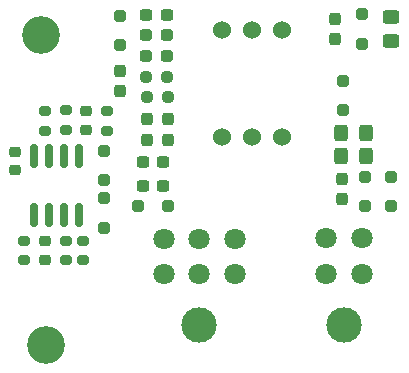
<source format=gts>
G04 #@! TF.GenerationSoftware,KiCad,Pcbnew,9.0.0*
G04 #@! TF.CreationDate,2025-06-17T18:49:07+02:00*
G04 #@! TF.ProjectId,SlipSensor_HW,536c6970-5365-46e7-936f-725f48572e6b,rev?*
G04 #@! TF.SameCoordinates,Original*
G04 #@! TF.FileFunction,Soldermask,Top*
G04 #@! TF.FilePolarity,Negative*
%FSLAX46Y46*%
G04 Gerber Fmt 4.6, Leading zero omitted, Abs format (unit mm)*
G04 Created by KiCad (PCBNEW 9.0.0) date 2025-06-17 18:49:07*
%MOMM*%
%LPD*%
G01*
G04 APERTURE LIST*
G04 Aperture macros list*
%AMRoundRect*
0 Rectangle with rounded corners*
0 $1 Rounding radius*
0 $2 $3 $4 $5 $6 $7 $8 $9 X,Y pos of 4 corners*
0 Add a 4 corners polygon primitive as box body*
4,1,4,$2,$3,$4,$5,$6,$7,$8,$9,$2,$3,0*
0 Add four circle primitives for the rounded corners*
1,1,$1+$1,$2,$3*
1,1,$1+$1,$4,$5*
1,1,$1+$1,$6,$7*
1,1,$1+$1,$8,$9*
0 Add four rect primitives between the rounded corners*
20,1,$1+$1,$2,$3,$4,$5,0*
20,1,$1+$1,$4,$5,$6,$7,0*
20,1,$1+$1,$6,$7,$8,$9,0*
20,1,$1+$1,$8,$9,$2,$3,0*%
G04 Aperture macros list end*
%ADD10RoundRect,0.237500X0.287500X0.237500X-0.287500X0.237500X-0.287500X-0.237500X0.287500X-0.237500X0*%
%ADD11RoundRect,0.225000X0.250000X-0.225000X0.250000X0.225000X-0.250000X0.225000X-0.250000X-0.225000X0*%
%ADD12RoundRect,0.237500X-0.250000X-0.237500X0.250000X-0.237500X0.250000X0.237500X-0.250000X0.237500X0*%
%ADD13RoundRect,0.225000X-0.250000X0.225000X-0.250000X-0.225000X0.250000X-0.225000X0.250000X0.225000X0*%
%ADD14RoundRect,0.250000X-0.250000X0.250000X-0.250000X-0.250000X0.250000X-0.250000X0.250000X0.250000X0*%
%ADD15RoundRect,0.200000X-0.275000X0.200000X-0.275000X-0.200000X0.275000X-0.200000X0.275000X0.200000X0*%
%ADD16C,1.524000*%
%ADD17RoundRect,0.237500X0.300000X0.237500X-0.300000X0.237500X-0.300000X-0.237500X0.300000X-0.237500X0*%
%ADD18C,3.200000*%
%ADD19RoundRect,0.200000X0.275000X-0.200000X0.275000X0.200000X-0.275000X0.200000X-0.275000X-0.200000X0*%
%ADD20RoundRect,0.237500X-0.300000X-0.237500X0.300000X-0.237500X0.300000X0.237500X-0.300000X0.237500X0*%
%ADD21RoundRect,0.250000X0.250000X0.250000X-0.250000X0.250000X-0.250000X-0.250000X0.250000X-0.250000X0*%
%ADD22RoundRect,0.237500X-0.237500X0.300000X-0.237500X-0.300000X0.237500X-0.300000X0.237500X0.300000X0*%
%ADD23RoundRect,0.237500X-0.237500X0.287500X-0.237500X-0.287500X0.237500X-0.287500X0.237500X0.287500X0*%
%ADD24RoundRect,0.250000X0.250000X-0.250000X0.250000X0.250000X-0.250000X0.250000X-0.250000X-0.250000X0*%
%ADD25RoundRect,0.150000X0.150000X-0.825000X0.150000X0.825000X-0.150000X0.825000X-0.150000X-0.825000X0*%
%ADD26RoundRect,0.250000X-0.325000X-0.450000X0.325000X-0.450000X0.325000X0.450000X-0.325000X0.450000X0*%
%ADD27RoundRect,0.250000X-0.450000X0.325000X-0.450000X-0.325000X0.450000X-0.325000X0.450000X0.325000X0*%
%ADD28C,3.000000*%
%ADD29C,1.800000*%
%ADD30RoundRect,0.237500X-0.287500X-0.237500X0.287500X-0.237500X0.287500X0.237500X-0.287500X0.237500X0*%
%ADD31RoundRect,0.237500X0.237500X-0.287500X0.237500X0.287500X-0.237500X0.287500X-0.237500X-0.287500X0*%
G04 APERTURE END LIST*
D10*
X118675000Y-61750000D03*
X116925000Y-61750000D03*
D11*
X111865000Y-68000000D03*
X111865000Y-66450000D03*
D12*
X116887500Y-63500000D03*
X118712500Y-63500000D03*
D13*
X105865000Y-69850000D03*
X105865000Y-71400000D03*
D14*
X135500000Y-72000000D03*
X135500000Y-74500000D03*
D15*
X106615000Y-77400000D03*
X106615000Y-79050000D03*
D16*
X128452500Y-68587500D03*
X125912500Y-68587500D03*
X123372500Y-68587500D03*
D17*
X118362500Y-72750000D03*
X116637500Y-72750000D03*
D15*
X110115000Y-66375000D03*
X110115000Y-68025000D03*
D18*
X108000000Y-60000000D03*
D19*
X108365000Y-68075000D03*
X108365000Y-66425000D03*
D20*
X116937500Y-58300000D03*
X118662500Y-58300000D03*
D12*
X116987500Y-65250000D03*
X118812500Y-65250000D03*
D19*
X111615000Y-79075000D03*
X111615000Y-77425000D03*
D21*
X118750000Y-74500000D03*
X116250000Y-74500000D03*
D22*
X133500000Y-72137500D03*
X133500000Y-73862500D03*
X132952500Y-58637500D03*
X132952500Y-60362500D03*
D23*
X117000000Y-67125000D03*
X117000000Y-68875000D03*
D24*
X133600000Y-66350000D03*
X133600000Y-63850000D03*
D25*
X107460000Y-75200000D03*
X108730000Y-75200000D03*
X110000000Y-75200000D03*
X111270000Y-75200000D03*
X111270000Y-70250000D03*
X110000000Y-70250000D03*
X108730000Y-70250000D03*
X107460000Y-70250000D03*
D14*
X113365000Y-69800000D03*
X113365000Y-72300000D03*
D26*
X133475000Y-68250000D03*
X135525000Y-68250000D03*
D18*
X108500000Y-86250000D03*
D27*
X137700000Y-58475000D03*
X137700000Y-60525000D03*
D19*
X110115000Y-79050000D03*
X110115000Y-77400000D03*
D14*
X137702500Y-72000000D03*
X137702500Y-74500000D03*
D28*
X133702500Y-84500000D03*
D29*
X135202500Y-80200000D03*
X132202500Y-80200000D03*
X135202500Y-77200000D03*
X132202500Y-77200000D03*
D30*
X116925000Y-60000000D03*
X118675000Y-60000000D03*
D24*
X114700000Y-60850000D03*
X114700000Y-58350000D03*
D16*
X128405000Y-59587500D03*
X125865000Y-59587500D03*
X123325000Y-59587500D03*
D26*
X133475000Y-70250000D03*
X135525000Y-70250000D03*
D13*
X108365000Y-77450000D03*
X108365000Y-79000000D03*
D22*
X114700000Y-63037500D03*
X114700000Y-64762500D03*
D14*
X135202500Y-58250000D03*
X135202500Y-60750000D03*
D24*
X113365000Y-76300000D03*
X113365000Y-73800000D03*
D15*
X113615000Y-66425000D03*
X113615000Y-68075000D03*
D17*
X118362500Y-70750000D03*
X116637500Y-70750000D03*
D31*
X118750000Y-68875000D03*
X118750000Y-67125000D03*
D28*
X121452500Y-84550000D03*
D29*
X124452500Y-80250000D03*
X121452500Y-80250000D03*
X118452500Y-80250000D03*
X124452500Y-77250000D03*
X121452500Y-77250000D03*
X118452500Y-77250000D03*
M02*

</source>
